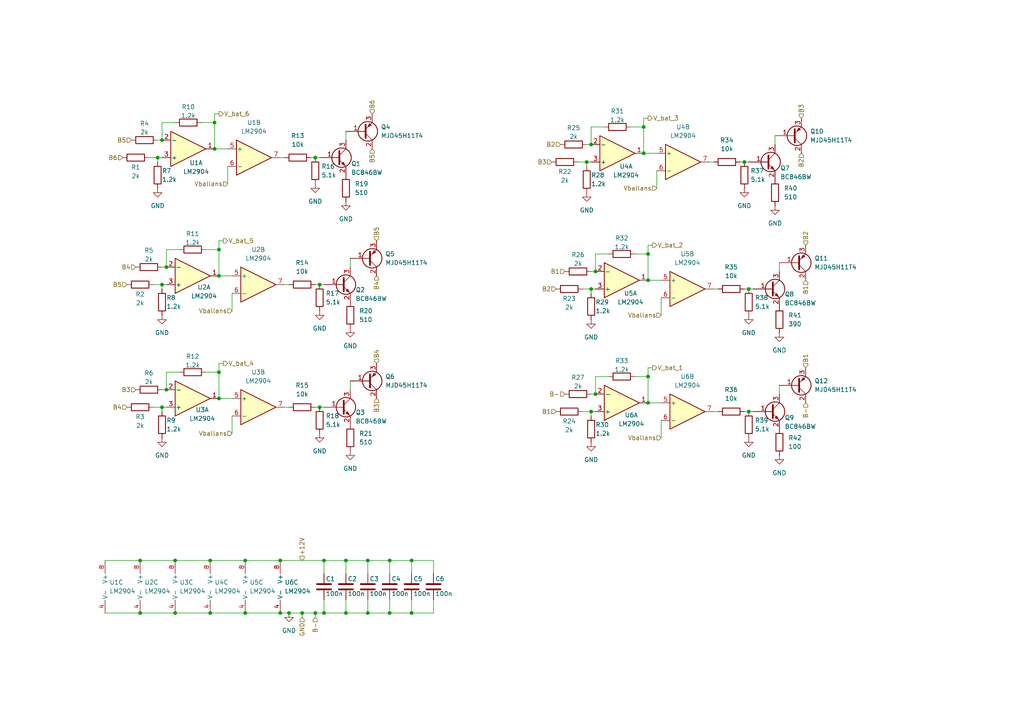
<source format=kicad_sch>
(kicad_sch (version 20231120) (generator "eeschema") (generator_version "8.0")
  (paper "A4")
  (lib_symbols
    (symbol "Amplifier_Operational:LM2904" (pin_names (offset 0.127))
      (property "Reference" "U" (at 0 5.08 0))
      (property "Value" "LM2904" (at 0 -5.08 0))
      (symbol "LM2904_1_1"
        (polyline (pts (xy -5.08 5.08) (xy 5.08 0) (xy -5.08 -5.08) (xy -5.08 5.08)) (stroke (width 0.254)) (fill (type background)))
        (pin output line (at 7.62 0 180) (length 2.54) (name "~") (number "1"))
        (pin input line (at -7.62 -2.54 0) (length 2.54) (name "-") (number "2"))
        (pin input line (at -7.62 2.54 0) (length 2.54) (name "+") (number "3"))
      )
      (symbol "LM2904_2_1"
        (polyline (pts (xy -5.08 5.08) (xy 5.08 0) (xy -5.08 -5.08) (xy -5.08 5.08)) (stroke (width 0.254)) (fill (type background)))
        (pin input line (at -7.62 2.54 0) (length 2.54) (name "+") (number "5"))
        (pin input line (at -7.62 -2.54 0) (length 2.54) (name "-") (number "6"))
        (pin output line (at 7.62 0 180) (length 2.54) (name "~") (number "7"))
      )
      (symbol "LM2904_3_1"
        (pin power_in line (at -2.54 -7.62 90) (length 3.81) (name "V-") (number "4"))
        (pin power_in line (at -2.54 7.62 270) (length 3.81) (name "V+") (number "8"))
      )
    )
    (symbol "Device:C" (pin_numbers hide) (pin_names (offset 0.254))
      (property "Reference" "C" (at 0.635 2.54 0))
      (property "Value" "C" (at 0.635 -2.54 0))
      (symbol "C_0_1"
        (polyline (pts (xy -2.032 -0.762) (xy 2.032 -0.762)) (stroke (width 0.508)))
        (polyline (pts (xy -2.032 0.762) (xy 2.032 0.762)) (stroke (width 0.508)))
      )
      (symbol "C_1_1"
        (pin passive line (at 0 3.81 270) (length 2.794) (name "~") (number "1"))
        (pin passive line (at 0 -3.81 90) (length 2.794) (name "~") (number "2"))
      )
    )
    (symbol "Device:Q_PNP_BCE" (pin_names (offset 0) hide)
      (property "Reference" "Q" (at 5.08 1.27 0))
      (property "Value" "Q_PNP_BCE" (at 5.08 -1.27 0))
      (symbol "Q_PNP_BCE_0_1"
        (polyline (pts (xy 0.635 0.635) (xy 2.54 2.54)))
        (polyline (pts (xy 0.635 -0.635) (xy 2.54 -2.54) (xy 2.54 -2.54)))
        (polyline (pts (xy 0.635 1.905) (xy 0.635 -1.905) (xy 0.635 -1.905)) (stroke (width 0.508)))
        (polyline (pts (xy 2.286 -1.778) (xy 1.778 -2.286) (xy 1.27 -1.27) (xy 2.286 -1.778) (xy 2.286 -1.778)) (fill (type outline)))
        (circle (center 1.27 0) (radius 2.8194) (stroke (width 0.254)))
      )
      (symbol "Q_PNP_BCE_1_1"
        (pin input line (at -5.08 0 0) (length 5.715) (name "B") (number "1"))
        (pin passive line (at 2.54 5.08 270) (length 2.54) (name "C") (number "2"))
        (pin passive line (at 2.54 -5.08 90) (length 2.54) (name "E") (number "3"))
      )
    )
    (symbol "Device:R" (pin_numbers hide) (pin_names (offset 0))
      (property "Reference" "R" (at 2.032 0 90))
      (property "Value" "R" (at 0 0 90))
      (symbol "R_0_1"
        (rectangle (start -1.016 -2.54) (end 1.016 2.54) (stroke (width 0.254)))
      )
      (symbol "R_1_1"
        (pin passive line (at 0 3.81 270) (length 1.27) (name "~") (number "1"))
        (pin passive line (at 0 -3.81 90) (length 1.27) (name "~") (number "2"))
      )
    )
    (symbol "Transistor_BJT:BC846" (pin_names (offset 0) hide)
      (property "Reference" "Q" (at 5.08 1.905 0))
      (property "Value" "BC846" (at 5.08 0 0))
      (symbol "BC846_0_1"
        (polyline (pts (xy 0.635 0.635) (xy 2.54 2.54)))
        (polyline (pts (xy 0.635 -0.635) (xy 2.54 -2.54) (xy 2.54 -2.54)))
        (polyline (pts (xy 0.635 1.905) (xy 0.635 -1.905) (xy 0.635 -1.905)) (stroke (width 0.508)))
        (polyline (pts (xy 1.27 -1.778) (xy 1.778 -1.27) (xy 2.286 -2.286) (xy 1.27 -1.778) (xy 1.27 -1.778)) (fill (type outline)))
        (circle (center 1.27 0) (radius 2.8194) (stroke (width 0.254)))
      )
      (symbol "BC846_1_1"
        (pin input line (at -5.08 0 0) (length 5.715) (name "B") (number "1"))
        (pin passive line (at 2.54 -5.08 90) (length 2.54) (name "E") (number "2"))
        (pin passive line (at 2.54 5.08 270) (length 2.54) (name "C") (number "3"))
      )
    )
    (symbol "power:GND" (power) (pin_numbers hide) (pin_names (offset 0) hide)
      (property "Value" "GND" (at 0 -3.81 0))
      (symbol "GND_0_1"
        (polyline (pts (xy 0 0) (xy 0 -1.27) (xy 1.27 -1.27) (xy 0 -2.54) (xy -1.27 -1.27) (xy 0 -1.27)))
      )
      (symbol "GND_1_1"
        (pin power_in line (at 0 0 270) (length 0) (name "~") (number "1"))
      )
    )
  )
  (junction (at 63.5 115.57))
  (junction (at 171.45 41.91))
  (junction (at 46.99 82.55))
  (junction (at 60.96 177.8))
  (junction (at 215.9 46.99))
  (junction (at 81.28 162.56))
  (junction (at 63.5 107.95))
  (junction (at 62.23 35.56))
  (junction (at 62.23 43.18))
  (junction (at 83.82 177.8))
  (junction (at 63.5 80.01))
  (junction (at 91.44 177.8))
  (junction (at 40.64 162.56))
  (junction (at 48.26 77.47))
  (junction (at 100.33 162.56))
  (junction (at 187.96 81.28))
  (junction (at 217.17 119.38))
  (junction (at 45.72 45.72))
  (junction (at 113.03 162.56))
  (junction (at 93.98 162.56))
  (junction (at 113.03 177.8))
  (junction (at 60.96 162.56))
  (junction (at 119.38 162.56))
  (junction (at 106.68 177.8))
  (junction (at 93.98 177.8))
  (junction (at 46.99 40.64))
  (junction (at 171.45 119.38))
  (junction (at 119.38 177.8))
  (junction (at 186.69 44.45))
  (junction (at 170.18 46.99))
  (junction (at 187.96 73.66))
  (junction (at 171.45 83.82))
  (junction (at 40.64 177.8))
  (junction (at 87.63 177.8))
  (junction (at 187.96 109.22))
  (junction (at 217.17 83.82))
  (junction (at 50.8 177.8))
  (junction (at 46.99 118.11))
  (junction (at 81.28 177.8))
  (junction (at 100.33 177.8))
  (junction (at 172.72 78.74))
  (junction (at 172.72 114.3))
  (junction (at 71.12 177.8))
  (junction (at 187.96 116.84))
  (junction (at 50.8 162.56))
  (junction (at 186.69 36.83))
  (junction (at 63.5 72.39))
  (junction (at 91.44 45.72))
  (junction (at 48.26 113.03))
  (junction (at 92.71 82.55))
  (junction (at 106.68 162.56))
  (junction (at 92.71 118.11))
  (junction (at 71.12 162.56))
  (wire (pts (xy 71.12 162.56) (xy 81.28 162.56)))
  (wire (pts (xy 83.82 177.8) (xy 87.63 177.8)))
  (wire (pts (xy 171.45 83.82) (xy 171.45 85.09)))
  (wire (pts (xy 172.72 73.66) (xy 176.53 73.66)))
  (wire (pts (xy 172.72 109.22) (xy 172.72 114.3)))
  (wire (pts (xy 48.26 107.95) (xy 52.07 107.95)))
  (wire (pts (xy 91.44 82.55) (xy 92.71 82.55)))
  (wire (pts (xy 171.45 36.83) (xy 175.26 36.83)))
  (wire (pts (xy 48.26 82.55) (xy 46.99 82.55)))
  (wire (pts (xy 184.15 73.66) (xy 187.96 73.66)))
  (wire (pts (xy 172.72 83.82) (xy 171.45 83.82)))
  (wire (pts (xy 40.64 162.56) (xy 50.8 162.56)))
  (wire (pts (xy 62.23 35.56) (xy 62.23 43.18)))
  (wire (pts (xy 62.23 33.02) (xy 62.23 35.56)))
  (wire (pts (xy 113.03 162.56) (xy 113.03 166.37)))
  (wire (pts (xy 226.06 76.2) (xy 226.06 78.74)))
  (wire (pts (xy 63.5 72.39) (xy 63.5 80.01)))
  (wire (pts (xy 63.5 105.41) (xy 63.5 107.95)))
  (wire (pts (xy 93.98 162.56) (xy 93.98 166.37)))
  (wire (pts (xy 171.45 46.99) (xy 170.18 46.99)))
  (wire (pts (xy 113.03 177.8) (xy 119.38 177.8)))
  (wire (pts (xy 44.45 118.11) (xy 46.99 118.11)))
  (wire (pts (xy 46.99 35.56) (xy 50.8 35.56)))
  (wire (pts (xy 215.9 83.82) (xy 217.17 83.82)))
  (wire (pts (xy 82.55 82.55) (xy 83.82 82.55)))
  (wire (pts (xy 170.18 46.99) (xy 170.18 48.26)))
  (wire (pts (xy 93.98 173.99) (xy 93.98 177.8)))
  (wire (pts (xy 66.04 48.26) (xy 66.04 53.34)))
  (wire (pts (xy 63.5 69.85) (xy 64.77 69.85)))
  (wire (pts (xy 87.63 177.8) (xy 87.63 179.07)))
  (wire (pts (xy 63.5 69.85) (xy 63.5 72.39)))
  (wire (pts (xy 92.71 118.11) (xy 93.98 118.11)))
  (wire (pts (xy 217.17 83.82) (xy 218.44 83.82)))
  (wire (pts (xy 207.01 119.38) (xy 208.28 119.38)))
  (wire (pts (xy 214.63 46.99) (xy 215.9 46.99)))
  (wire (pts (xy 45.72 40.64) (xy 46.99 40.64)))
  (wire (pts (xy 187.96 34.29) (xy 186.69 34.29)))
  (wire (pts (xy 187.96 106.68) (xy 187.96 109.22)))
  (wire (pts (xy 62.23 43.18) (xy 66.04 43.18)))
  (wire (pts (xy 46.99 82.55) (xy 46.99 83.82)))
  (wire (pts (xy 171.45 119.38) (xy 171.45 120.65)))
  (wire (pts (xy 63.5 115.57) (xy 67.31 115.57)))
  (wire (pts (xy 187.96 73.66) (xy 187.96 71.12)))
  (wire (pts (xy 125.73 173.99) (xy 125.73 177.8)))
  (wire (pts (xy 46.99 118.11) (xy 46.99 119.38)))
  (wire (pts (xy 186.69 44.45) (xy 190.5 44.45)))
  (wire (pts (xy 71.12 177.8) (xy 81.28 177.8)))
  (wire (pts (xy 46.99 35.56) (xy 46.99 40.64)))
  (wire (pts (xy 171.45 36.83) (xy 171.45 41.91)))
  (wire (pts (xy 100.33 38.1) (xy 100.33 40.64)))
  (wire (pts (xy 91.44 177.8) (xy 91.44 179.07)))
  (wire (pts (xy 113.03 173.99) (xy 113.03 177.8)))
  (wire (pts (xy 190.5 49.53) (xy 190.5 54.61)))
  (wire (pts (xy 91.44 45.72) (xy 92.71 45.72)))
  (wire (pts (xy 67.31 120.65) (xy 67.31 125.73)))
  (wire (pts (xy 101.6 110.49) (xy 101.6 113.03)))
  (wire (pts (xy 43.18 45.72) (xy 45.72 45.72)))
  (wire (pts (xy 48.26 118.11) (xy 46.99 118.11)))
  (wire (pts (xy 106.68 162.56) (xy 113.03 162.56)))
  (wire (pts (xy 50.8 177.8) (xy 60.96 177.8)))
  (wire (pts (xy 172.72 119.38) (xy 171.45 119.38)))
  (wire (pts (xy 44.45 82.55) (xy 46.99 82.55)))
  (wire (pts (xy 100.33 162.56) (xy 106.68 162.56)))
  (wire (pts (xy 90.17 45.72) (xy 91.44 45.72)))
  (wire (pts (xy 187.96 109.22) (xy 187.96 116.84)))
  (wire (pts (xy 191.77 86.36) (xy 191.77 91.44)))
  (wire (pts (xy 46.99 113.03) (xy 48.26 113.03)))
  (wire (pts (xy 207.01 83.82) (xy 208.28 83.82)))
  (wire (pts (xy 172.72 109.22) (xy 176.53 109.22)))
  (wire (pts (xy 100.33 177.8) (xy 106.68 177.8)))
  (wire (pts (xy 182.88 36.83) (xy 186.69 36.83)))
  (wire (pts (xy 48.26 72.39) (xy 52.07 72.39)))
  (wire (pts (xy 64.77 105.41) (xy 63.5 105.41)))
  (wire (pts (xy 119.38 177.8) (xy 125.73 177.8)))
  (wire (pts (xy 119.38 162.56) (xy 125.73 162.56)))
  (wire (pts (xy 106.68 162.56) (xy 106.68 166.37)))
  (wire (pts (xy 59.69 107.95) (xy 63.5 107.95)))
  (wire (pts (xy 40.64 177.8) (xy 50.8 177.8)))
  (wire (pts (xy 50.8 162.56) (xy 60.96 162.56)))
  (wire (pts (xy 224.79 39.37) (xy 224.79 41.91)))
  (wire (pts (xy 87.63 177.8) (xy 91.44 177.8)))
  (wire (pts (xy 125.73 162.56) (xy 125.73 166.37)))
  (wire (pts (xy 46.99 45.72) (xy 45.72 45.72)))
  (wire (pts (xy 48.26 107.95) (xy 48.26 113.03)))
  (wire (pts (xy 187.96 116.84) (xy 191.77 116.84)))
  (wire (pts (xy 167.64 46.99) (xy 170.18 46.99)))
  (wire (pts (xy 81.28 177.8) (xy 83.82 177.8)))
  (wire (pts (xy 81.28 45.72) (xy 82.55 45.72)))
  (wire (pts (xy 189.23 106.68) (xy 187.96 106.68)))
  (wire (pts (xy 186.69 36.83) (xy 186.69 44.45)))
  (wire (pts (xy 106.68 173.99) (xy 106.68 177.8)))
  (wire (pts (xy 91.44 118.11) (xy 92.71 118.11)))
  (wire (pts (xy 187.96 71.12) (xy 189.23 71.12)))
  (wire (pts (xy 45.72 45.72) (xy 45.72 46.99)))
  (wire (pts (xy 93.98 162.56) (xy 100.33 162.56)))
  (wire (pts (xy 168.91 119.38) (xy 171.45 119.38)))
  (wire (pts (xy 187.96 81.28) (xy 191.77 81.28)))
  (wire (pts (xy 93.98 177.8) (xy 100.33 177.8)))
  (wire (pts (xy 30.48 162.56) (xy 40.64 162.56)))
  (wire (pts (xy 187.96 73.66) (xy 187.96 81.28)))
  (wire (pts (xy 67.31 85.09) (xy 67.31 90.17)))
  (wire (pts (xy 113.03 162.56) (xy 119.38 162.56)))
  (wire (pts (xy 215.9 46.99) (xy 217.17 46.99)))
  (wire (pts (xy 46.99 77.47) (xy 48.26 77.47)))
  (wire (pts (xy 217.17 119.38) (xy 218.44 119.38)))
  (wire (pts (xy 100.33 173.99) (xy 100.33 177.8)))
  (wire (pts (xy 82.55 118.11) (xy 83.82 118.11)))
  (wire (pts (xy 60.96 162.56) (xy 71.12 162.56)))
  (wire (pts (xy 226.06 111.76) (xy 226.06 114.3)))
  (wire (pts (xy 171.45 114.3) (xy 172.72 114.3)))
  (wire (pts (xy 171.45 78.74) (xy 172.72 78.74)))
  (wire (pts (xy 215.9 119.38) (xy 217.17 119.38)))
  (wire (pts (xy 58.42 35.56) (xy 62.23 35.56)))
  (wire (pts (xy 106.68 177.8) (xy 113.03 177.8)))
  (wire (pts (xy 59.69 72.39) (xy 63.5 72.39)))
  (wire (pts (xy 119.38 173.99) (xy 119.38 177.8)))
  (wire (pts (xy 92.71 82.55) (xy 93.98 82.55)))
  (wire (pts (xy 63.5 80.01) (xy 67.31 80.01)))
  (wire (pts (xy 91.44 177.8) (xy 93.98 177.8)))
  (wire (pts (xy 48.26 72.39) (xy 48.26 77.47)))
  (wire (pts (xy 184.15 109.22) (xy 187.96 109.22)))
  (wire (pts (xy 191.77 121.92) (xy 191.77 127)))
  (wire (pts (xy 101.6 74.93) (xy 101.6 77.47)))
  (wire (pts (xy 170.18 41.91) (xy 171.45 41.91)))
  (wire (pts (xy 186.69 34.29) (xy 186.69 36.83)))
  (wire (pts (xy 81.28 162.56) (xy 93.98 162.56)))
  (wire (pts (xy 63.5 107.95) (xy 63.5 115.57)))
  (wire (pts (xy 60.96 177.8) (xy 71.12 177.8)))
  (wire (pts (xy 168.91 83.82) (xy 171.45 83.82)))
  (wire (pts (xy 63.5 33.02) (xy 62.23 33.02)))
  (wire (pts (xy 119.38 162.56) (xy 119.38 166.37)))
  (wire (pts (xy 205.74 46.99) (xy 207.01 46.99)))
  (wire (pts (xy 172.72 73.66) (xy 172.72 78.74)))
  (wire (pts (xy 100.33 162.56) (xy 100.33 166.37)))
  (wire (pts (xy 30.48 177.8) (xy 40.64 177.8)))
  (hierarchical_label "GND" (shape input) (at 87.63 179.07 270))
  (hierarchical_label "Vballans" (shape input) (at 190.5 54.61 180))
  (hierarchical_label "B2" (shape input) (at 233.68 71.12 90))
  (hierarchical_label "B5" (shape input) (at 109.22 69.85 90))
  (hierarchical_label "V_bat_2" (shape output) (at 189.23 71.12 0))
  (hierarchical_label "V_bat_6" (shape output) (at 63.5 33.02 0))
  (hierarchical_label "B6" (shape input) (at 35.56 45.72 180))
  (hierarchical_label "B-" (shape input) (at 233.68 116.84 270))
  (hierarchical_label "B1" (shape input) (at 163.83 78.74 180))
  (hierarchical_label "B4" (shape input) (at 39.37 77.47 180))
  (hierarchical_label "B3" (shape input) (at 232.41 34.29 90))
  (hierarchical_label "B5" (shape input) (at 36.83 82.55 180))
  (hierarchical_label "B1" (shape input) (at 233.68 106.68 90))
  (hierarchical_label "B5" (shape input) (at 38.1 40.64 180))
  (hierarchical_label "B4" (shape input) (at 109.22 105.41 90))
  (hierarchical_label "B3" (shape input) (at 109.22 115.57 270))
  (hierarchical_label "B-" (shape input) (at 163.83 114.3 180))
  (hierarchical_label "B1" (shape input) (at 233.68 81.28 270))
  (hierarchical_label "B5" (shape input) (at 107.95 43.18 270))
  (hierarchical_label "V_bat_1" (shape output) (at 189.23 106.68 0))
  (hierarchical_label "B2" (shape input) (at 162.56 41.91 180))
  (hierarchical_label "B-" (shape input) (at 91.44 179.07 270))
  (hierarchical_label "V_bat_4" (shape output) (at 64.77 105.41 0))
  (hierarchical_label "B2" (shape input) (at 161.29 83.82 180))
  (hierarchical_label "V_bat_5" (shape output) (at 64.77 69.85 0))
  (hierarchical_label "Vballans" (shape input) (at 191.77 127 180))
  (hierarchical_label "B3" (shape input) (at 39.37 113.03 180))
  (hierarchical_label "B3" (shape input) (at 160.02 46.99 180))
  (hierarchical_label "+12V" (shape input) (at 87.63 162.56 90))
  (hierarchical_label "V_bat_3" (shape output) (at 187.96 34.29 0))
  (hierarchical_label "Vballans" (shape input) (at 67.31 125.73 180))
  (hierarchical_label "B4" (shape input) (at 109.22 80.01 270))
  (hierarchical_label "Vballans" (shape input) (at 67.31 90.17 180))
  (hierarchical_label "B4" (shape input) (at 36.83 118.11 180))
  (hierarchical_label "B2" (shape input) (at 232.41 44.45 270))
  (hierarchical_label "B6" (shape input) (at 107.95 33.02 90))
  (hierarchical_label "B1" (shape input) (at 161.29 119.38 180))
  (hierarchical_label "Vballans" (shape input) (at 191.77 91.44 180))
  (hierarchical_label "Vballans" (shape input) (at 66.04 53.34 180))
  (symbol (lib_id "power:GND") (at 226.06 132.08 0) (unit 1)
    (property "Reference" "#PWR021" (effects (hide yes)))
    (property "Value" "GND" (at 226.06 137.16 0))
    (property "Description" "Power symbol creates a global label with name \"GND\" , ground" (effects (hide yes)))
  )
  (symbol (lib_id "Device:R") (at 166.37 41.91 90) (unit 1)
    (property "Reference" "R25" (at 166.37 37.084 90))
    (property "Value" "2k" (at 166.37 39.624 90))
    (property "Footprint" "Resistor_SMD:R_0805_2012Metric_Pad1.20x1.40mm_HandSolder" (effects (hide yes)))
    (property "Description" "Resistor" (effects (hide yes)))
  )
  (symbol (lib_id "Device:R") (at 163.83 46.99 90) (unit 1)
    (property "Reference" "R22" (at 163.83 49.784 90))
    (property "Value" "2k" (at 163.83 52.324 90))
    (property "Footprint" "Resistor_SMD:R_0805_2012Metric_Pad1.20x1.40mm_HandSolder" (effects (hide yes)))
    (property "Description" "Resistor" (effects (hide yes)))
  )
  (symbol (lib_id "Device:Q_PNP_BCE") (at 105.41 38.1 0) (mirror x) (unit 1)
    (property "Reference" "Q4" (at 110.49 36.8299 0) (effects (justify left)))
    (property "Value" "MJD45H11T4" (at 110.49 39.3699 0) (effects (justify left)))
    (property "Footprint" "Package_TO_SOT_SMD:TO-252-2" (effects (hide yes)))
    (property "Description" "PNP transistor, base/collector/emitter" (effects (hide yes)))
  )
  (symbol (lib_id "power:GND") (at 92.71 90.17 0) (unit 1)
    (property "Reference" "#PWR06" (effects (hide yes)))
    (property "Value" "GND" (at 92.71 95.25 0))
    (property "Description" "Power symbol creates a global label with name \"GND\" , ground" (effects (hide yes)))
  )
  (symbol (lib_id "Device:R") (at 165.1 83.82 90) (unit 1)
    (property "Reference" "R23" (at 165.1 86.614 90))
    (property "Value" "2k" (at 165.1 89.154 90))
    (property "Footprint" "Resistor_SMD:R_0805_2012Metric_Pad1.20x1.40mm_HandSolder" (effects (hide yes)))
    (property "Description" "Resistor" (effects (hide yes)))
  )
  (symbol (lib_id "Device:Q_PNP_BCE") (at 106.68 110.49 0) (mirror x) (unit 1)
    (property "Reference" "Q6" (at 111.76 109.2199 0) (effects (justify left)))
    (property "Value" "MJD45H11T4" (at 111.76 111.7599 0) (effects (justify left)))
    (property "Footprint" "Package_TO_SOT_SMD:TO-252-2" (effects (hide yes)))
    (property "Description" "PNP transistor, base/collector/emitter" (effects (hide yes)))
  )
  (symbol (lib_id "Amplifier_Operational:LM2904") (at 199.39 119.38 0) (unit 2)
    (property "Reference" "U6" (at 199.39 109.22 0))
    (property "Value" "LM2904" (at 199.39 111.76 0))
    (property "Footprint" "Package_SO:SO-8_3.9x4.9mm_P1.27mm" (effects (hide yes)))
    (property "Datasheet" "http://www.ti.com/lit/ds/symlink/lm358.pdf" (effects (hide yes)))
    (property "Description" "Dual Operational Amplifiers, DIP-8/SOIC-8/TSSOP-8/VSSOP-8" (effects (hide yes)))
  )
  (symbol (lib_id "power:GND") (at 217.17 91.44 0) (unit 1)
    (property "Reference" "#PWR017" (effects (hide yes)))
    (property "Value" "GND" (at 217.17 96.52 0))
    (property "Description" "Power symbol creates a global label with name \"GND\" , ground" (effects (hide yes)))
  )
  (symbol (lib_id "power:GND") (at 171.45 128.27 0) (unit 1)
    (property "Reference" "#PWR015" (effects (hide yes)))
    (property "Value" "GND" (at 171.45 133.35 0))
    (property "Description" "Power symbol creates a global label with name \"GND\" , ground" (effects (hide yes)))
  )
  (symbol (lib_id "Device:R") (at 226.06 128.27 180) (unit 1)
    (property "Reference" "R42" (at 228.6304 126.9999 0) (effects (justify right)))
    (property "Value" "100" (at 228.6304 129.5399 0) (effects (justify right)))
    (property "Footprint" "Resistor_SMD:R_0805_2012Metric_Pad1.20x1.40mm_HandSolder" (effects (hide yes)))
    (property "Description" "Resistor" (effects (hide yes)))
  )
  (symbol (lib_id "power:GND") (at 217.17 127 0) (unit 1)
    (property "Reference" "#PWR018" (effects (hide yes)))
    (property "Value" "GND" (at 217.17 132.08 0))
    (property "Description" "Power symbol creates a global label with name \"GND\" , ground" (effects (hide yes)))
  )
  (symbol (lib_id "Amplifier_Operational:LM2904") (at 43.18 170.18 0) (unit 3)
    (property "Reference" "U2" (at 41.91 168.9099 0) (effects (justify left)))
    (property "Value" "LM2904" (at 41.91 171.4499 0) (effects (justify left)))
    (property "Footprint" "Package_SO:SO-8_3.9x4.9mm_P1.27mm" (effects (hide yes)))
    (property "Datasheet" "http://www.ti.com/lit/ds/symlink/lm358.pdf" (effects (hide yes)))
    (property "Description" "Dual Operational Amplifiers, DIP-8/SOIC-8/TSSOP-8/VSSOP-8" (effects (hide yes)))
  )
  (symbol (lib_id "Device:R") (at 92.71 121.92 180) (unit 1)
    (property "Reference" "R18" (at 94.4925 120.6499 0) (effects (justify right)))
    (property "Value" "5.1k" (at 94.4925 123.1899 0) (effects (justify right)))
    (property "Footprint" "Resistor_SMD:R_0805_2012Metric_Pad1.20x1.40mm_HandSolder" (effects (hide yes)))
    (property "Description" "Resistor" (effects (hide yes)))
  )
  (symbol (lib_id "Device:R") (at 179.07 36.83 90) (unit 1)
    (property "Reference" "R31" (at 179.07 32.258 90))
    (property "Value" "1.2k" (at 179.07 34.798 90))
    (property "Footprint" "Resistor_SMD:R_0805_2012Metric_Pad1.20x1.40mm_HandSolder" (effects (hide yes)))
    (property "Description" "Resistor" (effects (hide yes)))
  )
  (symbol (lib_id "Device:C") (at 106.68 170.18 0) (unit 1)
    (property "Reference" "C3" (at 107.188 167.894 0) (effects (justify left)))
    (property "Value" "100n" (at 107.188 172.212 0) (effects (justify left)))
    (property "Footprint" "Capacitor_SMD:C_0805_2012Metric_Pad1.18x1.45mm_HandSolder" (effects (hide yes)))
    (property "Description" "Unpolarized capacitor" (effects (hide yes)))
  )
  (symbol (lib_id "power:GND") (at 101.6 95.25 0) (unit 1)
    (property "Reference" "#PWR09" (effects (hide yes)))
    (property "Value" "GND" (at 101.6 100.33 0))
    (property "Description" "Power symbol creates a global label with name \"GND\" , ground" (effects (hide yes)))
  )
  (symbol (lib_id "Device:R") (at 217.17 87.63 180) (unit 1)
    (property "Reference" "R38" (at 218.9525 86.3599 0) (effects (justify right)))
    (property "Value" "5.1k" (at 218.9525 88.8999 0) (effects (justify right)))
    (property "Footprint" "Resistor_SMD:R_0805_2012Metric_Pad1.20x1.40mm_HandSolder" (effects (hide yes)))
    (property "Description" "Resistor" (effects (hide yes)))
  )
  (symbol (lib_id "Device:R") (at 43.18 113.03 90) (unit 1)
    (property "Reference" "R6" (at 43.18 108.204 90))
    (property "Value" "2k" (at 43.18 110.744 90))
    (property "Footprint" "Resistor_SMD:R_0805_2012Metric_Pad1.20x1.40mm_HandSolder" (effects (hide yes)))
    (property "Description" "Resistor" (effects (hide yes)))
  )
  (symbol (lib_id "Amplifier_Operational:LM2904") (at 180.34 116.84 0) (mirror x) (unit 1)
    (property "Reference" "U6" (at 183.134 120.396 0))
    (property "Value" "LM2904" (at 183.134 122.936 0))
    (property "Footprint" "Package_SO:SO-8_3.9x4.9mm_P1.27mm" (effects (hide yes)))
    (property "Datasheet" "http://www.ti.com/lit/ds/symlink/lm358.pdf" (effects (hide yes)))
    (property "Description" "Dual Operational Amplifiers, DIP-8/SOIC-8/TSSOP-8/VSSOP-8" (effects (hide yes)))
  )
  (symbol (lib_id "Amplifier_Operational:LM2904") (at 55.88 115.57 0) (mirror x) (unit 1)
    (property "Reference" "U3" (at 58.674 118.872 0))
    (property "Value" "LM2904" (at 58.674 121.412 0))
    (property "Footprint" "Package_SO:SO-8_3.9x4.9mm_P1.27mm" (effects (hide yes)))
    (property "Datasheet" "http://www.ti.com/lit/ds/symlink/lm358.pdf" (effects (hide yes)))
    (property "Description" "Dual Operational Amplifiers, DIP-8/SOIC-8/TSSOP-8/VSSOP-8" (effects (hide yes)))
  )
  (symbol (lib_id "Device:R") (at 40.64 118.11 90) (unit 1)
    (property "Reference" "R3" (at 40.64 120.904 90))
    (property "Value" "2k" (at 40.64 123.444 90))
    (property "Footprint" "Resistor_SMD:R_0805_2012Metric_Pad1.20x1.40mm_HandSolder" (effects (hide yes)))
    (property "Description" "Resistor" (effects (hide yes)))
  )
  (symbol (lib_id "Device:R") (at 215.9 50.8 180) (unit 1)
    (property "Reference" "R37" (at 217.6825 49.5299 0) (effects (justify right)))
    (property "Value" "5.1k" (at 217.6825 52.0699 0) (effects (justify right)))
    (property "Footprint" "Resistor_SMD:R_0805_2012Metric_Pad1.20x1.40mm_HandSolder" (effects (hide yes)))
    (property "Description" "Resistor" (effects (hide yes)))
  )
  (symbol (lib_id "Device:R") (at 86.36 45.72 90) (unit 1)
    (property "Reference" "R13" (at 86.36 39.37 90))
    (property "Value" "10k" (at 86.36 41.91 90))
    (property "Footprint" "Resistor_SMD:R_0805_2012Metric_Pad1.20x1.40mm_HandSolder" (effects (hide yes)))
    (property "Description" "Resistor" (effects (hide yes)))
  )
  (symbol (lib_id "Device:R") (at 40.64 82.55 90) (unit 1)
    (property "Reference" "R2" (at 40.64 85.344 90))
    (property "Value" "2k" (at 40.64 87.884 90))
    (property "Footprint" "Resistor_SMD:R_0805_2012Metric_Pad1.20x1.40mm_HandSolder" (effects (hide yes)))
    (property "Description" "Resistor" (effects (hide yes)))
  )
  (symbol (lib_id "Device:Q_PNP_BCE") (at 231.14 76.2 0) (mirror x) (unit 1)
    (property "Reference" "Q11" (at 236.22 74.9299 0) (effects (justify left)))
    (property "Value" "MJD45H11T4" (at 236.22 77.4699 0) (effects (justify left)))
    (property "Footprint" "Package_TO_SOT_SMD:TO-252-2" (effects (hide yes)))
    (property "Description" "PNP transistor, base/collector/emitter" (effects (hide yes)))
  )
  (symbol (lib_id "Device:R") (at 101.6 127 180) (unit 1)
    (property "Reference" "R21" (at 104.1704 125.7299 0) (effects (justify right)))
    (property "Value" "510" (at 104.1704 128.2699 0) (effects (justify right)))
    (property "Footprint" "Resistor_SMD:R_0805_2012Metric_Pad1.20x1.40mm_HandSolder" (effects (hide yes)))
    (property "Description" "Resistor" (effects (hide yes)))
  )
  (symbol (lib_id "Device:R") (at 212.09 83.82 90) (unit 1)
    (property "Reference" "R35" (at 212.09 77.47 90))
    (property "Value" "10k" (at 212.09 80.01 90))
    (property "Footprint" "Resistor_SMD:R_0805_2012Metric_Pad1.20x1.40mm_HandSolder" (effects (hide yes)))
    (property "Description" "Resistor" (effects (hide yes)))
  )
  (symbol (lib_id "Device:R") (at 170.18 52.07 0) (unit 1)
    (property "Reference" "R28" (at 171.45 50.8 0) (effects (justify left)))
    (property "Value" "1.2k" (at 171.45 53.34 0) (effects (justify left)))
    (property "Footprint" "Resistor_SMD:R_0805_2012Metric_Pad1.20x1.40mm_HandSolder" (effects (hide yes)))
    (property "Description" "Resistor" (effects (hide yes)))
  )
  (symbol (lib_id "Amplifier_Operational:LM2904") (at 198.12 46.99 0) (unit 2)
    (property "Reference" "U4" (at 198.12 36.83 0))
    (property "Value" "LM2904" (at 198.12 39.37 0))
    (property "Footprint" "Package_SO:SO-8_3.9x4.9mm_P1.27mm" (effects (hide yes)))
    (property "Datasheet" "http://www.ti.com/lit/ds/symlink/lm358.pdf" (effects (hide yes)))
    (property "Description" "Dual Operational Amplifiers, DIP-8/SOIC-8/TSSOP-8/VSSOP-8" (effects (hide yes)))
  )
  (symbol (lib_id "power:GND") (at 101.6 130.81 0) (unit 1)
    (property "Reference" "#PWR010" (effects (hide yes)))
    (property "Value" "GND" (at 101.6 135.89 0))
    (property "Description" "Power symbol creates a global label with name \"GND\" , ground" (effects (hide yes)))
  )
  (symbol (lib_id "Transistor_BJT:BC846") (at 99.06 118.11 0) (unit 1)
    (property "Reference" "Q3" (at 103.124 119.634 0) (effects (justify left)))
    (property "Value" "BC846BW" (at 103.124 122.174 0) (effects (justify left)))
    (property "Footprint" "Package_TO_SOT_SMD:SOT-323_SC-70" (effects (hide yes)))
    (property "Datasheet" "https://assets.nexperia.com/documents/data-sheet/BC846_SER.pdf" (effects (hide yes)))
    (property "Description" "0.1A Ic, 65V Vce, NPN Transistor, SOT-23" (effects (hide yes)))
  )
  (symbol (lib_id "Amplifier_Operational:LM2904") (at 33.02 170.18 0) (unit 3)
    (property "Reference" "U1" (at 31.75 168.9099 0) (effects (justify left)))
    (property "Value" "LM2904" (at 31.75 171.4499 0) (effects (justify left)))
    (property "Footprint" "Package_SO:SO-8_3.9x4.9mm_P1.27mm" (effects (hide yes)))
    (property "Datasheet" "http://www.ti.com/lit/ds/symlink/lm358.pdf" (effects (hide yes)))
    (property "Description" "Dual Operational Amplifiers, DIP-8/SOIC-8/TSSOP-8/VSSOP-8" (effects (hide yes)))
  )
  (symbol (lib_id "power:GND") (at 171.45 92.71 0) (unit 1)
    (property "Reference" "#PWR014" (effects (hide yes)))
    (property "Value" "GND" (at 171.45 97.79 0))
    (property "Description" "Power symbol creates a global label with name \"GND\" , ground" (effects (hide yes)))
  )
  (symbol (lib_id "Device:R") (at 101.6 91.44 180) (unit 1)
    (property "Reference" "R20" (at 104.1704 90.1699 0) (effects (justify right)))
    (property "Value" "510" (at 104.1704 92.7099 0) (effects (justify right)))
    (property "Footprint" "Resistor_SMD:R_0805_2012Metric_Pad1.20x1.40mm_HandSolder" (effects (hide yes)))
    (property "Description" "Resistor" (effects (hide yes)))
  )
  (symbol (lib_id "Device:R") (at 226.06 92.71 180) (unit 1)
    (property "Reference" "R41" (at 228.6304 91.4399 0) (effects (justify right)))
    (property "Value" "390" (at 228.6304 93.9799 0) (effects (justify right)))
    (property "Footprint" "Resistor_SMD:R_0805_2012Metric_Pad1.20x1.40mm_HandSolder" (effects (hide yes)))
    (property "Description" "Resistor" (effects (hide yes)))
  )
  (symbol (lib_id "Device:R") (at 167.64 78.74 90) (unit 1)
    (property "Reference" "R26" (at 167.64 73.914 90))
    (property "Value" "2k" (at 167.64 76.454 90))
    (property "Footprint" "Resistor_SMD:R_0805_2012Metric_Pad1.20x1.40mm_HandSolder" (effects (hide yes)))
    (property "Description" "Resistor" (effects (hide yes)))
  )
  (symbol (lib_id "Device:R") (at 91.44 49.53 180) (unit 1)
    (property "Reference" "R16" (at 93.2225 48.2599 0) (effects (justify right)))
    (property "Value" "5.1k" (at 93.2225 50.7999 0) (effects (justify right)))
    (property "Footprint" "Resistor_SMD:R_0805_2012Metric_Pad1.20x1.40mm_HandSolder" (effects (hide yes)))
    (property "Description" "Resistor" (effects (hide yes)))
  )
  (symbol (lib_id "Device:C") (at 119.38 170.18 0) (unit 1)
    (property "Reference" "C5" (at 119.888 167.894 0) (effects (justify left)))
    (property "Value" "100n" (at 119.888 172.212 0) (effects (justify left)))
    (property "Footprint" "Capacitor_SMD:C_0805_2012Metric_Pad1.18x1.45mm_HandSolder" (effects (hide yes)))
    (property "Description" "Unpolarized capacitor" (effects (hide yes)))
  )
  (symbol (lib_id "Device:R") (at 212.09 119.38 90) (unit 1)
    (property "Reference" "R36" (at 212.09 113.03 90))
    (property "Value" "10k" (at 212.09 115.57 90))
    (property "Footprint" "Resistor_SMD:R_0805_2012Metric_Pad1.20x1.40mm_HandSolder" (effects (hide yes)))
    (property "Description" "Resistor" (effects (hide yes)))
  )
  (symbol (lib_id "Device:C") (at 93.98 170.18 0) (unit 1)
    (property "Reference" "C1" (at 94.488 167.894 0) (effects (justify left)))
    (property "Value" "100n" (at 94.488 172.212 0) (effects (justify left)))
    (property "Footprint" "Capacitor_SMD:C_0805_2012Metric_Pad1.18x1.45mm_HandSolder" (effects (hide yes)))
    (property "Description" "Unpolarized capacitor" (effects (hide yes)))
  )
  (symbol (lib_id "Amplifier_Operational:LM2904") (at 73.66 45.72 0) (unit 2)
    (property "Reference" "U1" (at 73.66 35.56 0))
    (property "Value" "LM2904" (at 73.66 38.1 0))
    (property "Footprint" "Package_SO:SO-8_3.9x4.9mm_P1.27mm" (effects (hide yes)))
    (property "Datasheet" "http://www.ti.com/lit/ds/symlink/lm358.pdf" (effects (hide yes)))
    (property "Description" "Dual Operational Amplifiers, DIP-8/SOIC-8/TSSOP-8/VSSOP-8" (effects (hide yes)))
  )
  (symbol (lib_id "Device:R") (at 171.45 88.9 0) (unit 1)
    (property "Reference" "R29" (at 172.72 87.63 0) (effects (justify left)))
    (property "Value" "1.2k" (at 172.72 90.17 0) (effects (justify left)))
    (property "Footprint" "Resistor_SMD:R_0805_2012Metric_Pad1.20x1.40mm_HandSolder" (effects (hide yes)))
    (property "Description" "Resistor" (effects (hide yes)))
  )
  (symbol (lib_id "Amplifier_Operational:LM2904") (at 180.34 81.28 0) (mirror x) (unit 1)
    (property "Reference" "U5" (at 182.88 85.09 0))
    (property "Value" "LM2904" (at 182.88 87.63 0))
    (property "Footprint" "Package_SO:SO-8_3.9x4.9mm_P1.27mm" (effects (hide yes)))
    (property "Datasheet" "http://www.ti.com/lit/ds/symlink/lm358.pdf" (effects (hide yes)))
    (property "Description" "Dual Operational Amplifiers, DIP-8/SOIC-8/TSSOP-8/VSSOP-8" (effects (hide yes)))
  )
  (symbol (lib_id "Transistor_BJT:BC846") (at 97.79 45.72 0) (unit 1)
    (property "Reference" "Q1" (at 101.854 47.498 0) (effects (justify left)))
    (property "Value" "BC846BW" (at 101.854 50.038 0) (effects (justify left)))
    (property "Footprint" "Package_TO_SOT_SMD:SOT-323_SC-70" (effects (hide yes)))
    (property "Datasheet" "https://assets.nexperia.com/documents/data-sheet/BC846_SER.pdf" (effects (hide yes)))
    (property "Description" "0.1A Ic, 65V Vce, NPN Transistor, SOT-23" (effects (hide yes)))
  )
  (symbol (lib_id "Device:R") (at 46.99 87.63 0) (unit 1)
    (property "Reference" "R8" (at 48.26 86.36 0) (effects (justify left)))
    (property "Value" "1.2k" (at 48.26 88.9 0) (effects (justify left)))
    (property "Footprint" "Resistor_SMD:R_0805_2012Metric_Pad1.20x1.40mm_HandSolder" (effects (hide yes)))
    (property "Description" "Resistor" (effects (hide yes)))
  )
  (symbol (lib_id "power:GND") (at 170.18 55.88 0) (unit 1)
    (property "Reference" "#PWR013" (effects (hide yes)))
    (property "Value" "GND" (at 170.18 60.96 0))
    (property "Description" "Power symbol creates a global label with name \"GND\" , ground" (effects (hide yes)))
  )
  (symbol (lib_id "Device:R") (at 41.91 40.64 90) (unit 1)
    (property "Reference" "R4" (at 41.91 35.814 90))
    (property "Value" "2k" (at 41.91 38.354 90))
    (property "Footprint" "Resistor_SMD:R_0805_2012Metric_Pad1.20x1.40mm_HandSolder" (effects (hide yes)))
    (property "Description" "Resistor" (effects (hide yes)))
  )
  (symbol (lib_id "Transistor_BJT:BC846") (at 222.25 46.99 0) (unit 1)
    (property "Reference" "Q7" (at 226.314 48.768 0) (effects (justify left)))
    (property "Value" "BC846BW" (at 226.314 51.308 0) (effects (justify left)))
    (property "Footprint" "Package_TO_SOT_SMD:SOT-323_SC-70" (effects (hide yes)))
    (property "Datasheet" "https://assets.nexperia.com/documents/data-sheet/BC846_SER.pdf" (effects (hide yes)))
    (property "Description" "0.1A Ic, 65V Vce, NPN Transistor, SOT-23" (effects (hide yes)))
  )
  (symbol (lib_id "Device:R") (at 180.34 73.66 90) (unit 1)
    (property "Reference" "R32" (at 180.34 69.088 90))
    (property "Value" "1.2k" (at 180.34 71.628 90))
    (property "Footprint" "Resistor_SMD:R_0805_2012Metric_Pad1.20x1.40mm_HandSolder" (effects (hide yes)))
    (property "Description" "Resistor" (effects (hide yes)))
  )
  (symbol (lib_id "Transistor_BJT:BC846") (at 99.06 82.55 0) (unit 1)
    (property "Reference" "Q2" (at 103.124 84.074 0) (effects (justify left)))
    (property "Value" "BC846BW" (at 103.124 86.614 0) (effects (justify left)))
    (property "Footprint" "Package_TO_SOT_SMD:SOT-323_SC-70" (effects (hide yes)))
    (property "Datasheet" "https://assets.nexperia.com/documents/data-sheet/BC846_SER.pdf" (effects (hide yes)))
    (property "Description" "0.1A Ic, 65V Vce, NPN Transistor, SOT-23" (effects (hide yes)))
  )
  (symbol (lib_id "Device:R") (at 167.64 114.3 90) (unit 1)
    (property "Reference" "R27" (at 167.64 109.474 90))
    (property "Value" "2k" (at 167.64 112.014 90))
    (property "Footprint" "Resistor_SMD:R_0805_2012Metric_Pad1.20x1.40mm_HandSolder" (effects (hide yes)))
    (property "Description" "Resistor" (effects (hide yes)))
  )
  (symbol (lib_id "Device:R") (at 217.17 123.19 180) (unit 1)
    (property "Reference" "R39" (at 218.9525 121.9199 0) (effects (justify right)))
    (property "Value" "5.1k" (at 218.9525 124.4599 0) (effects (justify right)))
    (property "Footprint" "Resistor_SMD:R_0805_2012Metric_Pad1.20x1.40mm_HandSolder" (effects (hide yes)))
    (property "Description" "Resistor" (effects (hide yes)))
  )
  (symbol (lib_id "Device:Q_PNP_BCE") (at 231.14 111.76 0) (mirror x) (unit 1)
    (property "Reference" "Q12" (at 236.22 110.4899 0) (effects (justify left)))
    (property "Value" "MJD45H11T4" (at 236.22 113.0299 0) (effects (justify left)))
    (property "Footprint" "Package_TO_SOT_SMD:TO-252-2" (effects (hide yes)))
    (property "Description" "PNP transistor, base/collector/emitter" (effects (hide yes)))
  )
  (symbol (lib_id "power:GND") (at 92.71 125.73 0) (unit 1)
    (property "Reference" "#PWR07" (effects (hide yes)))
    (property "Value" "GND" (at 92.71 130.81 0))
    (property "Description" "Power symbol creates a global label with name \"GND\" , ground" (effects (hide yes)))
  )
  (symbol (lib_id "Amplifier_Operational:LM2904") (at 63.5 170.18 0) (unit 3)
    (property "Reference" "U4" (at 62.23 168.9099 0) (effects (justify left)))
    (property "Value" "LM2904" (at 62.23 171.4499 0) (effects (justify left)))
    (property "Footprint" "Package_SO:SO-8_3.9x4.9mm_P1.27mm" (effects (hide yes)))
    (property "Datasheet" "http://www.ti.com/lit/ds/symlink/lm358.pdf" (effects (hide yes)))
    (property "Description" "Dual Operational Amplifiers, DIP-8/SOIC-8/TSSOP-8/VSSOP-8" (effects (hide yes)))
  )
  (symbol (lib_id "Amplifier_Operational:LM2904") (at 83.82 170.18 0) (unit 3)
    (property "Reference" "U6" (at 82.55 168.9099 0) (effects (justify left)))
    (property "Value" "LM2904" (at 82.55 171.4499 0) (effects (justify left)))
    (property "Footprint" "Package_SO:SO-8_3.9x4.9mm_P1.27mm" (effects (hide yes)))
    (property "Datasheet" "http://www.ti.com/lit/ds/symlink/lm358.pdf" (effects (hide yes)))
    (property "Description" "Dual Operational Amplifiers, DIP-8/SOIC-8/TSSOP-8/VSSOP-8" (effects (hide yes)))
  )
  (symbol (lib_id "power:GND") (at 46.99 91.44 0) (unit 1)
    (property "Reference" "#PWR03" (effects (hide yes)))
    (property "Value" "GND" (at 46.99 96.52 0))
    (property "Description" "Power symbol creates a global label with name \"GND\" , ground" (effects (hide yes)))
  )
  (symbol (lib_id "power:GND") (at 45.72 54.61 0) (unit 1)
    (property "Reference" "#PWR02" (effects (hide yes)))
    (property "Value" "GND" (at 45.72 59.69 0))
    (property "Description" "Power symbol creates a global label with name \"GND\" , ground" (effects (hide yes)))
  )
  (symbol (lib_id "Amplifier_Operational:LM2904") (at 179.07 44.45 0) (mirror x) (unit 1)
    (property "Reference" "U4" (at 181.61 48.26 0))
    (property "Value" "LM2904" (at 181.61 50.8 0))
    (property "Footprint" "Package_SO:SO-8_3.9x4.9mm_P1.27mm" (effects (hide yes)))
    (property "Datasheet" "http://www.ti.com/lit/ds/symlink/lm358.pdf" (effects (hide yes)))
    (property "Description" "Dual Operational Amplifiers, DIP-8/SOIC-8/TSSOP-8/VSSOP-8" (effects (hide yes)))
  )
  (symbol (lib_id "power:GND") (at 226.06 96.52 0) (unit 1)
    (property "Reference" "#PWR020" (effects (hide yes)))
    (property "Value" "GND" (at 226.06 101.6 0))
    (property "Description" "Power symbol creates a global label with name \"GND\" , ground" (effects (hide yes)))
  )
  (symbol (lib_id "Device:R") (at 100.33 54.61 180) (unit 1)
    (property "Reference" "R19" (at 102.9004 53.3399 0) (effects (justify right)))
    (property "Value" "510" (at 102.9004 55.8799 0) (effects (justify right)))
    (property "Footprint" "Resistor_SMD:R_0805_2012Metric_Pad1.20x1.40mm_HandSolder" (effects (hide yes)))
    (property "Description" "Resistor" (effects (hide yes)))
  )
  (symbol (lib_id "Device:Q_PNP_BCE") (at 229.87 39.37 0) (mirror x) (unit 1)
    (property "Reference" "Q10" (at 234.95 38.0999 0) (effects (justify left)))
    (property "Value" "MJD45H11T4" (at 234.95 40.6399 0) (effects (justify left)))
    (property "Footprint" "Package_TO_SOT_SMD:TO-252-2" (effects (hide yes)))
    (property "Description" "PNP transistor, base/collector/emitter" (effects (hide yes)))
  )
  (symbol (lib_id "Transistor_BJT:BC846") (at 223.52 119.38 0) (unit 1)
    (property "Reference" "Q9" (at 227.584 121.158 0) (effects (justify left)))
    (property "Value" "BC846BW" (at 227.584 123.698 0) (effects (justify left)))
    (property "Footprint" "Package_TO_SOT_SMD:SOT-323_SC-70" (effects (hide yes)))
    (property "Datasheet" "https://assets.nexperia.com/documents/data-sheet/BC846_SER.pdf" (effects (hide yes)))
    (property "Description" "0.1A Ic, 65V Vce, NPN Transistor, SOT-23" (effects (hide yes)))
  )
  (symbol (lib_id "power:GND") (at 91.44 53.34 0) (unit 1)
    (property "Reference" "#PWR05" (effects (hide yes)))
    (property "Value" "GND" (at 91.44 58.42 0))
    (property "Description" "Power symbol creates a global label with name \"GND\" , ground" (effects (hide yes)))
  )
  (symbol (lib_id "Device:R") (at 43.18 77.47 90) (unit 1)
    (property "Reference" "R5" (at 43.18 72.644 90))
    (property "Value" "2k" (at 43.18 75.184 90))
    (property "Footprint" "Resistor_SMD:R_0805_2012Metric_Pad1.20x1.40mm_HandSolder" (effects (hide yes)))
    (property "Description" "Resistor" (effects (hide yes)))
  )
  (symbol (lib_id "power:GND") (at 224.79 59.69 0) (unit 1)
    (property "Reference" "#PWR019" (effects (hide yes)))
    (property "Value" "GND" (at 224.79 64.77 0))
    (property "Description" "Power symbol creates a global label with name \"GND\" , ground" (effects (hide yes)))
  )
  (symbol (lib_id "Amplifier_Operational:LM2904") (at 53.34 170.18 0) (unit 3)
    (property "Reference" "U3" (at 52.07 168.9099 0) (effects (justify left)))
    (property "Value" "LM2904" (at 52.07 171.4499 0) (effects (justify left)))
    (property "Footprint" "Package_SO:SO-8_3.9x4.9mm_P1.27mm" (effects (hide yes)))
    (property "Datasheet" "http://www.ti.com/lit/ds/symlink/lm358.pdf" (effects (hide yes)))
    (property "Description" "Dual Operational Amplifiers, DIP-8/SOIC-8/TSSOP-8/VSSOP-8" (effects (hide yes)))
  )
  (symbol (lib_id "Device:R") (at 224.79 55.88 180) (unit 1)
    (property "Reference" "R40" (at 227.3604 54.6099 0) (effects (justify right)))
    (property "Value" "510" (at 227.3604 57.1499 0) (effects (justify right)))
    (property "Footprint" "Resistor_SMD:R_0805_2012Metric_Pad1.20x1.40mm_HandSolder" (effects (hide yes)))
    (property "Description" "Resistor" (effects (hide yes)))
  )
  (symbol (lib_id "power:GND") (at 100.33 58.42 0) (unit 1)
    (property "Reference" "#PWR08" (effects (hide yes)))
    (property "Value" "GND" (at 100.33 63.5 0))
    (property "Description" "Power symbol creates a global label with name \"GND\" , ground" (effects (hide yes)))
  )
  (symbol (lib_id "Device:Q_PNP_BCE") (at 106.68 74.93 0) (mirror x) (unit 1)
    (property "Reference" "Q5" (at 111.76 73.6599 0) (effects (justify left)))
    (property "Value" "MJD45H11T4" (at 111.76 76.1999 0) (effects (justify left)))
    (property "Footprint" "Package_TO_SOT_SMD:TO-252-2" (effects (hide yes)))
    (property "Description" "PNP transistor, base/collector/emitter" (effects (hide yes)))
  )
  (symbol (lib_id "Device:C") (at 113.03 170.18 0) (unit 1)
    (property "Reference" "C4" (at 113.538 167.894 0) (effects (justify left)))
    (property "Value" "100n" (at 113.538 172.212 0) (effects (justify left)))
    (property "Footprint" "Capacitor_SMD:C_0805_2012Metric_Pad1.18x1.45mm_HandSolder" (effects (hide yes)))
    (property "Description" "Unpolarized capacitor" (effects (hide yes)))
  )
  (symbol (lib_id "Device:R") (at 92.71 86.36 180) (unit 1)
    (property "Reference" "R17" (at 94.4925 85.0899 0) (effects (justify right)))
    (property "Value" "5.1k" (at 94.4925 87.6299 0) (effects (justify right)))
    (property "Footprint" "Resistor_SMD:R_0805_2012Metric_Pad1.20x1.40mm_HandSolder" (effects (hide yes)))
    (property "Description" "Resistor" (effects (hide yes)))
  )
  (symbol (lib_id "Device:C") (at 125.73 170.18 0) (unit 1)
    (property "Reference" "C6" (at 126.238 167.894 0) (effects (justify left)))
    (property "Value" "100n" (at 126.238 172.212 0) (effects (justify left)))
    (property "Footprint" "Capacitor_SMD:C_0805_2012Metric_Pad1.18x1.45mm_HandSolder" (effects (hide yes)))
    (property "Description" "Unpolarized capacitor" (effects (hide yes)))
  )
  (symbol (lib_id "power:GND") (at 83.82 177.8 0) (unit 1)
    (property "Reference" "#PWR012" (effects (hide yes)))
    (property "Value" "GND" (at 83.82 182.88 0))
    (property "Description" "Power symbol creates a global label with name \"GND\" , ground" (effects (hide yes)))
  )
  (symbol (lib_id "Device:R") (at 46.99 123.19 0) (unit 1)
    (property "Reference" "R9" (at 48.26 121.92 0) (effects (justify left)))
    (property "Value" "1.2k" (at 48.26 124.46 0) (effects (justify left)))
    (property "Footprint" "Resistor_SMD:R_0805_2012Metric_Pad1.20x1.40mm_HandSolder" (effects (hide yes)))
    (property "Description" "Resistor" (effects (hide yes)))
  )
  (symbol (lib_id "power:GND") (at 46.99 127 0) (unit 1)
    (property "Reference" "#PWR04" (effects (hide yes)))
    (property "Value" "GND" (at 46.99 132.08 0))
    (property "Description" "Power symbol creates a global label with name \"GND\" , ground" (effects (hide yes)))
  )
  (symbol (lib_id "Transistor_BJT:BC846") (at 223.52 83.82 0) (unit 1)
    (property "Reference" "Q8" (at 227.584 85.344 0) (effects (justify left)))
    (property "Value" "BC846BW" (at 227.584 87.884 0) (effects (justify left)))
    (property "Footprint" "Package_TO_SOT_SMD:SOT-323_SC-70" (effects (hide yes)))
    (property "Datasheet" "https://assets.nexperia.com/documents/data-sheet/BC846_SER.pdf" (effects (hide yes)))
    (property "Description" "0.1A Ic, 65V Vce, NPN Transistor, SOT-23" (effects (hide yes)))
  )
  (symbol (lib_id "Device:R") (at 210.82 46.99 90) (unit 1)
    (property "Reference" "R34" (at 210.82 40.64 90))
    (property "Value" "10k" (at 210.82 43.18 90))
    (property "Footprint" "Resistor_SMD:R_0805_2012Metric_Pad1.20x1.40mm_HandSolder" (effects (hide yes)))
    (property "Description" "Resistor" (effects (hide yes)))
  )
  (symbol (lib_id "Device:R") (at 171.45 124.46 0) (unit 1)
    (property "Reference" "R30" (at 172.72 123.19 0) (effects (justify left)))
    (property "Value" "1.2k" (at 172.72 125.73 0) (effects (justify left)))
    (property "Footprint" "Resistor_SMD:R_0805_2012Metric_Pad1.20x1.40mm_HandSolder" (effects (hide yes)))
    (property "Description" "Resistor" (effects (hide yes)))
  )
  (symbol (lib_id "Device:R") (at 45.72 50.8 0) (unit 1)
    (property "Reference" "R7" (at 46.99 49.53 0) (effects (justify left)))
    (property "Value" "1.2k" (at 46.99 52.07 0) (effects (justify left)))
    (property "Footprint" "Resistor_SMD:R_0805_2012Metric_Pad1.20x1.40mm_HandSolder" (effects (hide yes)))
    (property "Description" "Resistor" (effects (hide yes)))
  )
  (symbol (lib_id "Device:R") (at 87.63 82.55 90) (unit 1)
    (property "Reference" "R14" (at 87.63 76.2 90))
    (property "Value" "10k" (at 87.63 78.74 90))
    (property "Footprint" "Resistor_SMD:R_0805_2012Metric_Pad1.20x1.40mm_HandSolder" (effects (hide yes)))
    (property "Description" "Resistor" (effects (hide yes)))
  )
  (symbol (lib_id "Device:R") (at 87.63 118.11 90) (unit 1)
    (property "Reference" "R15" (at 87.63 111.76 90))
    (property "Value" "10k" (at 87.63 114.3 90))
    (property "Footprint" "Resistor_SMD:R_0805_2012Metric_Pad1.20x1.40mm_HandSolder" (effects (hide yes)))
    (property "Description" "Resistor" (effects (hide yes)))
  )
  (symbol (lib_id "Device:C") (at 100.33 170.18 0) (unit 1)
    (property "Reference" "C2" (at 100.838 167.894 0) (effects (justify left)))
    (property "Value" "100n" (at 100.838 172.212 0) (effects (justify left)))
    (property "Footprint" "Capacitor_SMD:C_0805_2012Metric_Pad1.18x1.45mm_HandSolder" (effects (hide yes)))
    (property "Description" "Unpolarized capacitor" (effects (hide yes)))
  )
  (symbol (lib_id "Device:R") (at 54.61 35.56 90) (unit 1)
    (property "Reference" "R10" (at 54.61 30.988 90))
    (property "Value" "1.2k" (at 54.61 33.528 90))
    (property "Footprint" "Resistor_SMD:R_0805_2012Metric_Pad1.20x1.40mm_HandSolder" (effects (hide yes)))
    (property "Description" "Resistor" (effects (hide yes)))
  )
  (symbol (lib_id "Device:R") (at 39.37 45.72 90) (unit 1)
    (property "Reference" "R1" (at 39.37 48.514 90))
    (property "Value" "2k" (at 39.37 51.054 90))
    (property "Footprint" "Resistor_SMD:R_0805_2012Metric_Pad1.20x1.40mm_HandSolder" (effects (hide yes)))
    (property "Description" "Resistor" (effects (hide yes)))
  )
  (symbol (lib_id "Amplifier_Operational:LM2904") (at 73.66 170.18 0) (unit 3)
    (property "Reference" "U5" (at 72.39 168.9099 0) (effects (justify left)))
    (property "Value" "LM2904" (at 72.39 171.4499 0) (effects (justify left)))
    (property "Footprint" "Package_SO:SO-8_3.9x4.9mm_P1.27mm" (effects (hide yes)))
    (property "Datasheet" "http://www.ti.com/lit/ds/symlink/lm358.pdf" (effects (hide yes)))
    (property "Description" "Dual Operational Amplifiers, DIP-8/SOIC-8/TSSOP-8/VSSOP-8" (effects (hide yes)))
  )
  (symbol (lib_id "Device:R") (at 55.88 107.95 90) (unit 1)
    (property "Reference" "R12" (at 55.88 103.378 90))
    (property "Value" "1.2k" (at 55.88 105.918 90))
    (property "Footprint" "Resistor_SMD:R_0805_2012Metric_Pad1.20x1.40mm_HandSolder" (effects (hide yes)))
    (property "Description" "Resistor" (effects (hide yes)))
  )
  (symbol (lib_id "Device:R") (at 165.1 119.38 90) (unit 1)
    (property "Reference" "R24" (at 165.1 122.174 90))
    (property "Value" "2k" (at 165.1 124.714 90))
    (property "Footprint" "Resistor_SMD:R_0805_2012Metric_Pad1.20x1.40mm_HandSolder" (effects (hide yes)))
    (property "Description" "Resistor" (effects (hide yes)))
  )
  (symbol (lib_id "Amplifier_Operational:LM2904") (at 74.93 118.11 0) (unit 2)
    (property "Reference" "U3" (at 74.93 107.95 0))
    (property "Value" "LM2904" (at 74.93 110.49 0))
    (property "Footprint" "Package_SO:SO-8_3.9x4.9mm_P1.27mm" (effects (hide yes)))
    (property "Datasheet" "http://www.ti.com/lit/ds/symlink/lm358.pdf" (effects (hide yes)))
    (property "Description" "Dual Operational Amplifiers, DIP-8/SOIC-8/TSSOP-8/VSSOP-8" (effects (hide yes)))
  )
  (symbol (lib_id "Amplifier_Operational:LM2904") (at 199.39 83.82 0) (unit 2)
    (property "Reference" "U5" (at 199.39 73.66 0))
    (property "Value" "LM2904" (at 199.39 76.2 0))
    (property "Footprint" "Package_SO:SO-8_3.9x4.9mm_P1.27mm" (effects (hide yes)))
    (property "Datasheet" "http://www.ti.com/lit/ds/symlink/lm358.pdf" (effects (hide yes)))
    (property "Description" "Dual Operational Amplifiers, DIP-8/SOIC-8/TSSOP-8/VSSOP-8" (effects (hide yes)))
  )
  (symbol (lib_id "power:GND") (at 215.9 54.61 0) (unit 1)
    (property "Reference" "#PWR016" (effects (hide yes)))
    (property "Value" "GND" (at 215.9 59.69 0))
    (property "Description" "Power symbol creates a global label with name \"GND\" , ground" (effects (hide yes)))
  )
  (symbol (lib_id "Device:R") (at 180.34 109.22 90) (unit 1)
    (property "Reference" "R33" (at 180.34 104.648 90))
    (property "Value" "1.2k" (at 180.34 107.188 90))
    (property "Footprint" "Resistor_SMD:R_0805_2012Metric_Pad1.20x1.40mm_HandSolder" (effects (hide yes)))
    (property "Description" "Resistor" (effects (hide yes)))
  )
  (symbol (lib_id "Amplifier_Operational:LM2904") (at 55.88 80.01 0) (mirror x) (unit 1)
    (property "Reference" "U2" (at 59.182 83.312 0))
    (property "Value" "LM2904" (at 59.182 85.852 0))
    (property "Footprint" "Package_SO:SO-8_3.9x4.9mm_P1.27mm" (effects (hide yes)))
    (property "Datasheet" "http://www.ti.com/lit/ds/symlink/lm358.pdf" (effects (hide yes)))
    (property "Description" "Dual Operational Amplifiers, DIP-8/SOIC-8/TSSOP-8/VSSOP-8" (effects (hide yes)))
  )
  (symbol (lib_id "Device:R") (at 55.88 72.39 90) (unit 1)
    (property "Reference" "R11" (at 55.88 67.818 90))
    (property "Value" "1.2k" (at 55.88 70.358 90))
    (property "Footprint" "Resistor_SMD:R_0805_2012Metric_Pad1.20x1.40mm_HandSolder" (effects (hide yes)))
    (property "Description" "Resistor" (effects (hide yes)))
  )
  (symbol (lib_id "Amplifier_Operational:LM2904") (at 74.93 82.55 0) (unit 2)
    (property "Reference" "U2" (at 74.93 72.39 0))
    (property "Value" "LM2904" (at 74.93 74.93 0))
    (property "Footprint" "Package_SO:SO-8_3.9x4.9mm_P1.27mm" (effects (hide yes)))
    (property "Datasheet" "http://www.ti.com/lit/ds/symlink/lm358.pdf" (effects (hide yes)))
    (property "Description" "Dual Operational Amplifiers, DIP-8/SOIC-8/TSSOP-8/VSSOP-8" (effects (hide yes)))
  )
  (symbol (lib_id "Amplifier_Operational:LM2904") (at 54.61 43.18 0) (mirror x) (unit 1)
    (property "Reference" "U1" (at 56.896 47.244 0))
    (property "Value" "LM2904" (at 56.896 49.784 0))
    (property "Footprint" "Package_SO:SO-8_3.9x4.9mm_P1.27mm" (effects (hide yes)))
    (property "Datasheet" "http://www.ti.com/lit/ds/symlink/lm358.pdf" (effects (hide yes)))
    (property "Description" "Dual Operational Amplifiers, DIP-8/SOIC-8/TSSOP-8/VSSOP-8" (effects (hide yes)))
  )
)
</source>
